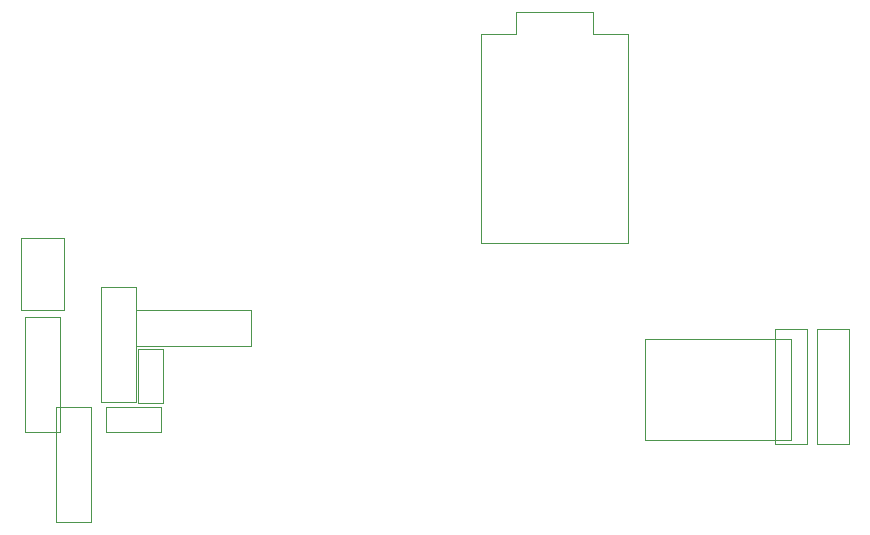
<source format=gbr>
%TF.GenerationSoftware,KiCad,Pcbnew,9.0.4*%
%TF.CreationDate,2025-09-18T23:21:34+02:00*%
%TF.ProjectId,X-DaysSynth,582d4461-7973-4537-996e-74682e6b6963,0.4*%
%TF.SameCoordinates,Original*%
%TF.FileFunction,Other,User*%
%FSLAX46Y46*%
G04 Gerber Fmt 4.6, Leading zero omitted, Abs format (unit mm)*
G04 Created by KiCad (PCBNEW 9.0.4) date 2025-09-18 23:21:34*
%MOMM*%
%LPD*%
G01*
G04 APERTURE LIST*
%ADD10C,0.050000*%
G04 APERTURE END LIST*
D10*
%TO.C,J9*%
X104753000Y-62081000D02*
X104753000Y-68231001D01*
X104753000Y-68231001D02*
X108353000Y-68231001D01*
X108353000Y-62081000D02*
X104753000Y-62081000D01*
X108353000Y-68231001D02*
X108353000Y-62081000D01*
%TO.C,J3*%
X143686200Y-44805400D02*
X143686200Y-45055400D01*
X143686200Y-45055400D02*
X143686200Y-62505400D01*
X143686200Y-62505400D02*
X156186200Y-62505400D01*
X146686199Y-43005400D02*
X146686200Y-44805399D01*
X146686200Y-44805399D02*
X143686200Y-44805400D01*
X153186200Y-43005401D02*
X146686199Y-43005400D01*
X153186201Y-44805400D02*
X153186200Y-43005401D01*
X156186200Y-44805400D02*
X153186201Y-44805400D01*
X156186200Y-62505400D02*
X156186200Y-44805400D01*
%TO.C,R3*%
X114530000Y-75980000D02*
X111530000Y-75980000D01*
X111530000Y-66260000D01*
X114530000Y-66260000D01*
X114530000Y-75980000D01*
%TO.C,C1*%
X111980000Y-76420000D02*
X116580000Y-76420000D01*
X116580000Y-78520000D01*
X111980000Y-78520000D01*
X111980000Y-76420000D01*
%TO.C,J4*%
X157615000Y-70620000D02*
X157615000Y-79240000D01*
X157615000Y-79240000D02*
X169925000Y-79240000D01*
X169925000Y-70620000D02*
X157615000Y-70620000D01*
X169925000Y-79240000D02*
X169925000Y-70620000D01*
%TO.C,R2*%
X108053000Y-78520000D02*
X105053000Y-78520000D01*
X105053000Y-68800000D01*
X108053000Y-68800000D01*
X108053000Y-78520000D01*
%TO.C,R8*%
X124240000Y-71223000D02*
X114520000Y-71223000D01*
X114520000Y-68223000D01*
X124240000Y-68223000D01*
X124240000Y-71223000D01*
%TO.C,D2*%
X168576000Y-69786000D02*
X168576000Y-79536000D01*
X168576000Y-79536000D02*
X171276000Y-79536000D01*
X171276000Y-69786000D02*
X168576000Y-69786000D01*
X171276000Y-79536000D02*
X171276000Y-69786000D01*
%TO.C,R1*%
X110720000Y-76420000D02*
X107720000Y-76420000D01*
X107720000Y-86140000D01*
X110720000Y-86140000D01*
X110720000Y-76420000D01*
%TO.C,D1*%
X172132000Y-69801000D02*
X172132000Y-79551000D01*
X172132000Y-79551000D02*
X174832000Y-79551000D01*
X174832000Y-69801000D02*
X172132000Y-69801000D01*
X174832000Y-79551000D02*
X174832000Y-69801000D01*
%TO.C,C2*%
X116747000Y-76087000D02*
X114647000Y-76087000D01*
X114647000Y-71487000D01*
X116747000Y-71487000D01*
X116747000Y-76087000D01*
%TD*%
M02*

</source>
